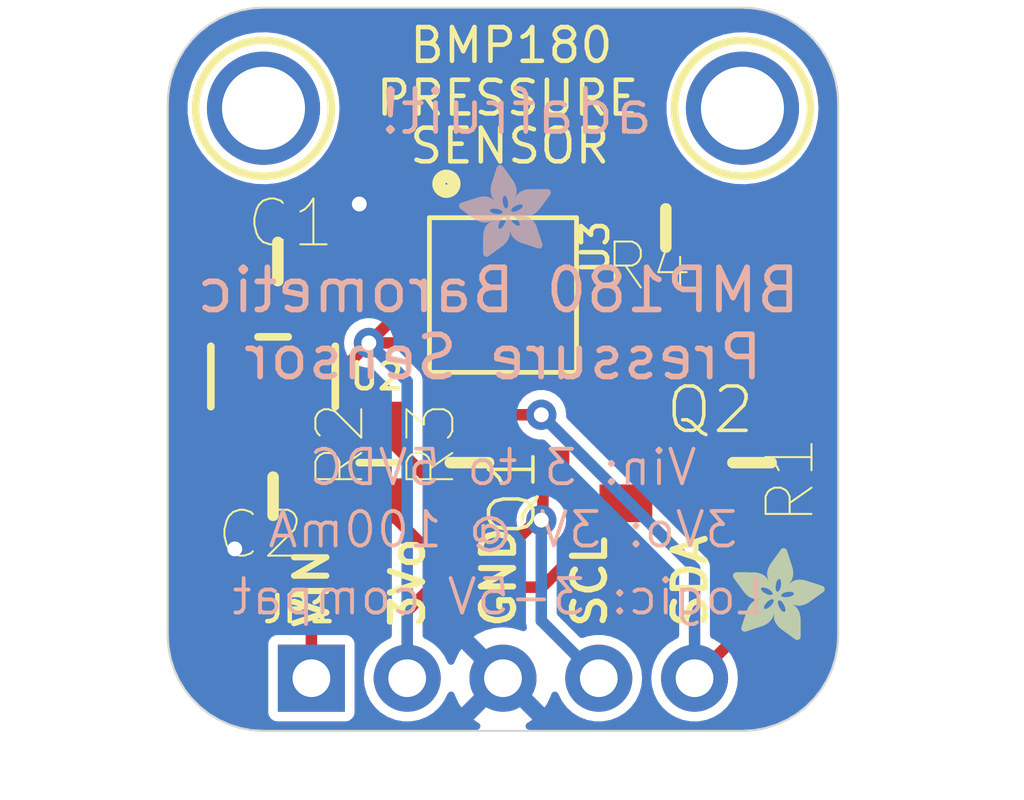
<source format=kicad_pcb>
(kicad_pcb (version 20221018) (generator pcbnew)
  (layers (0 "F.Cu" signal) (31 "B.Cu" signal) (34 "B.Paste" user) (35 "F.Paste" user) (36 "B.SilkS" user "B.Silkscreen") (37 "F.SilkS" user "F.Silkscreen") (38 "B.Mask" user) (39 "F.Mask" user) (44 "Edge.Cuts" user))
  (net 0 "")
  (net 1 "GND")
  (net 2 "SDA_3.3V")
  (net 3 "SCL_3.3V")
  (net 4 "SDA_5.0V")
  (net 5 "SCL_5.0V")
  (net 6 "+3V3")
  (net 7 "+5V")
  (footprint "working:FIDUCIAL_1MM" (layer "F.Cu") (at 141.1351 112.5601)
    (fp_text reference "U$1" hide)
    (fp_text value "FIDUCIAL" hide)
    (pad "1" smd roundrect (at 0 0) (size 1 1) (layers "F.Cu") (roundrect_rratio 0.5))
  )
  (footprint "working:ADAFRUIT_2.5MM" (layer "F.Cu") (at 154.5971 112.1791)
    (fp_text reference "U$6" hide)
    (fp_text value "" hide)
  )
  (footprint "working:FIDUCIAL_1MM" (layer "F.Cu") (at 145.4531 101.8921)
    (fp_text reference "U$5" hide)
    (fp_text value "FIDUCIAL" hide)
    (pad "1" smd roundrect (at 0 0) (size 1 1) (layers "F.Cu") (roundrect_rratio 0.5))
  )
  (footprint "working:MOUNTINGHOLE_2.0_PLATED" (layer "F.Cu") (at 142.1511 98.0821)
    (fp_text reference "U$7" hide)
    (fp_text value "MOUNTINGHOLE2.0" hide)
    (pad "P$1" thru_hole circle (at 0 0) (size 3 3) (drill 2.2) (layers "*.Cu" "*.Mask"))
    (zone (net 0) (net_name "") (layer "B.Cu") (connect_pads (clearance 0)) (min_thickness 0.25)
      (keepout (tracks not_allowed) (vias not_allowed) (pads not_allowed) (copperpour not_allowed) (footprints allowed))
      (fill (thermal_gap 0.5) (thermal_bridge_width 0.5))
      (polygon (pts (xy 144.1671 98.0821) (xy 144.14748 97.801527) (xy 144.089004 97.526415) (xy 143.992808 97.262119) (xy 143.860765 97.013783) (xy 143.695446 96.78624) (xy 143.500067 96.58392) (xy 143.278433 96.41076) (xy 143.034856 96.270131) (xy 142.774078 96.16477) (xy 142.501175 96.096728) (xy 142.221457 96.067328) (xy 141.940371 96.077144) (xy 141.663385 96.125984) (xy 141.395893 96.212897) (xy 141.1431 96.336193) (xy 140.909926 96.49347) (xy 140.700911 96.681669) (xy 140.520122 96.897125) (xy 140.371078 97.135645) (xy 140.25668 97.392587) (xy 140.179154 97.66295) (xy 140.140011 97.941471) (xy 140.140011 98.222729) (xy 140.179154 98.50125) (xy 140.25668 98.771613) (xy 140.371078 99.028555) (xy 140.520122 99.267075) (xy 140.700911 99.482531) (xy 140.909926 99.67073) (xy 141.1431 99.828007) (xy 141.395893 99.951303) (xy 141.663385 100.038216) (xy 141.940371 100.087056) (xy 142.221457 100.096872) (xy 142.501175 100.067472) (xy 142.774078 99.99943) (xy 143.034856 99.894069) (xy 143.278433 99.75344) (xy 143.500067 99.58028) (xy 143.695446 99.37796) (xy 143.860765 99.150417) (xy 143.992808 98.902081) (xy 144.089004 98.637785) (xy 144.14748 98.362673)))
      (polygon (pts (xy 142.1351 98.0821) (xy 142.139786 98.093414) (xy 142.1511 98.0981) (xy 142.162414 98.093414) (xy 142.1671 98.0821) (xy 142.162414 98.070786) (xy 142.1511 98.0661) (xy 142.139786 98.070786)))
    )
  )
  (footprint "working:0805-NO" (layer "F.Cu") (at 142.4051 108.3691 180)
    (fp_text reference "C2" (at -0.889 -1.016) (layer "F.SilkS") (effects (font (size 1.21668 1.21668) (thickness 0.05332)) (justify right)))
    (fp_text value "10uF")
    (pad "1" smd rect (at -0.95 0 180) (size 1.3 1.5) (layers "F.Cu" "F.Paste" "F.Mask") (net 7 "+5V"))
    (pad "2" smd rect (at 0.95 0 180) (size 1.3 1.5) (layers "F.Cu" "F.Paste" "F.Mask") (net 1 "GND"))
  )
  (footprint "working:0805-NO" (layer "F.Cu") (at 152.8191 101.2571 180)
    (fp_text reference "R4" (at -0.762 -1.016) (layer "F.SilkS") (effects (font (size 1.21668 1.21668) (thickness 0.05332)) (justify right)))
    (fp_text value "10K")
    (pad "1" smd rect (at -0.95 0 180) (size 1.3 1.5) (layers "F.Cu" "F.Paste" "F.Mask") (net 6 "+3V3"))
    (pad "2" smd rect (at 0.95 0 180) (size 1.3 1.5) (layers "F.Cu" "F.Paste" "F.Mask") (net 2 "SDA_3.3V"))
  )
  (footprint "working:SOT23" (layer "F.Cu") (at 153.3271 104.1781 180)
    (fp_text reference "Q2" (at -1.905 -1.905) (layer "F.SilkS") (effects (font (size 1.176528 1.176528) (thickness 0.093472)) (justify right)))
    (fp_text value "BSS138")
    (pad "1" smd rect (at -0.95 1.1 180) (size 1 1.4) (layers "F.Cu" "F.Paste" "F.Mask") (net 6 "+3V3"))
    (pad "2" smd rect (at 0.95 1.1 180) (size 1 1.4) (layers "F.Cu" "F.Paste" "F.Mask") (net 2 "SDA_3.3V"))
    (pad "3" smd rect (at 0 -1.1 180) (size 1 1.4) (layers "F.Cu" "F.Paste" "F.Mask") (net 4 "SDA_5.0V"))
  )
  (footprint "working:FIDUCIAL_1MM" (layer "F.Cu") (at 156.1211 100.8761)
    (fp_text reference "U$15" hide)
    (fp_text value "FIDUCIAL" hide)
    (pad "1" smd roundrect (at 0 0) (size 1 1) (layers "F.Cu") (roundrect_rratio 0.5))
  )
  (footprint "working:_0805MP" (layer "F.Cu") (at 145.1991 107.4801 90)
    (fp_text reference "R2" (at -0.762 -1.016 90) (layer "F.SilkS") (effects (font (size 1.21668 1.21668) (thickness 0.05332)) (justify left)))
    (fp_text value "10K")
    (pad "1" smd rect (at -1.016 0 90) (size 1.2 1.3) (layers "F.Cu" "F.Paste" "F.Mask") (net 5 "SCL_5.0V"))
    (pad "2" smd rect (at 1.016 0 90) (size 1.2 1.3) (layers "F.Cu" "F.Paste" "F.Mask") (net 7 "+5V"))
  )
  (footprint "working:SOT23" (layer "F.Cu") (at 150.6601 107.6071 90)
    (fp_text reference "Q1" (at -1.905 -1.905 90) (layer "F.SilkS") (effects (font (size 1.176528 1.176528) (thickness 0.093472)) (justify left)))
    (fp_text value "BSS138")
    (pad "1" smd rect (at -0.95 1.1 90) (size 1 1.4) (layers "F.Cu" "F.Paste" "F.Mask") (net 6 "+3V3"))
    (pad "2" smd rect (at 0.95 1.1 90) (size 1 1.4) (layers "F.Cu" "F.Paste" "F.Mask") (net 3 "SCL_3.3V"))
    (pad "3" smd rect (at 0 -1.1 90) (size 1 1.4) (layers "F.Cu" "F.Paste" "F.Mask") (net 5 "SCL_5.0V"))
  )
  (footprint "working:MOUNTINGHOLE_2.0_PLATED" (layer "F.Cu") (at 154.8511 98.0821)
    (fp_text reference "U$8" hide)
    (fp_text value "MOUNTINGHOLE2.0" hide)
    (pad "P$1" thru_hole circle (at 0 0) (size 3 3) (drill 2.2) (layers "*.Cu" "*.Mask"))
    (zone (net 0) (net_name "") (layer "B.Cu") (connect_pads (clearance 0)) (min_thickness 0.25)
      (keepout (tracks not_allowed) (vias not_allowed) (pads not_allowed) (copperpour not_allowed) (footprints allowed))
      (fill (thermal_gap 0.5) (thermal_bridge_width 0.5))
      (polygon (pts (xy 156.8671 98.0821) (xy 156.84748 97.801527) (xy 156.789004 97.526415) (xy 156.692808 97.262119) (xy 156.560765 97.013783) (xy 156.395446 96.78624) (xy 156.200067 96.58392) (xy 155.978433 96.41076) (xy 155.734856 96.270131) (xy 155.474078 96.16477) (xy 155.201175 96.096728) (xy 154.921457 96.067328) (xy 154.640371 96.077144) (xy 154.363385 96.125984) (xy 154.095893 96.212897) (xy 153.8431 96.336193) (xy 153.609926 96.49347) (xy 153.400911 96.681669) (xy 153.220122 96.897125) (xy 153.071078 97.135645) (xy 152.95668 97.392587) (xy 152.879154 97.66295) (xy 152.840011 97.941471) (xy 152.840011 98.222729) (xy 152.879154 98.50125) (xy 152.95668 98.771613) (xy 153.071078 99.028555) (xy 153.220122 99.267075) (xy 153.400911 99.482531) (xy 153.609926 99.67073) (xy 153.8431 99.828007) (xy 154.095893 99.951303) (xy 154.363385 100.038216) (xy 154.640371 100.087056) (xy 154.921457 100.096872) (xy 155.201175 100.067472) (xy 155.474078 99.99943) (xy 155.734856 99.894069) (xy 155.978433 99.75344) (xy 156.200067 99.58028) (xy 156.395446 99.37796) (xy 156.560765 99.150417) (xy 156.692808 98.902081) (xy 156.789004 98.637785) (xy 156.84748 98.362673)))
      (polygon (pts (xy 154.8351 98.0821) (xy 154.839786 98.093414) (xy 154.8511 98.0981) (xy 154.862414 98.093414) (xy 154.8671 98.0821) (xy 154.862414 98.070786) (xy 154.8511 98.0661) (xy 154.839786 98.070786)))
    )
  )
  (footprint "working:BMP180_EXTENDED" (layer "F.Cu") (at 148.5011 103.0351 -90)
    (fp_text reference "U3" (at -2.04 -2.448 90) (layer "F.SilkS") (effects (font (size 0.692831 0.692831) (thickness 0.119969)) (justify right)))
    (fp_text value "BMP180")
    (pad "P$1" smd rect (at -1.8 1.45 270) (size 1.2 0.5) (layers "F.Cu" "F.Paste" "F.Mask"))
    (pad "P$2" smd rect (at 0 1.75 270) (size 0.6 1.1) (layers "F.Cu" "F.Paste" "F.Mask") (net 6 "+3V3"))
    (pad "P$3" smd rect (at 1.8 1.45 270) (size 1.2 0.5) (layers "F.Cu" "F.Paste" "F.Mask") (net 6 "+3V3"))
    (pad "P$4" smd rect (at 1.8 -1.45 270) (size 1.2 0.5) (layers "F.Cu" "F.Paste" "F.Mask"))
    (pad "P$5" smd rect (at 0 -1.75 270) (size 0.6 1.1) (layers "F.Cu" "F.Paste" "F.Mask") (net 3 "SCL_3.3V"))
    (pad "P$6" smd rect (at -1.8 -1.45 270) (size 1.2 0.5) (layers "F.Cu" "F.Paste" "F.Mask") (net 2 "SDA_3.3V"))
    (pad "P$7" smd rect (at -1.8 0 270) (size 1.1 0.6) (layers "F.Cu" "F.Paste" "F.Mask") (net 1 "GND"))
  )
  (footprint "working:0805-NO" (layer "F.Cu") (at 155.1051 107.4801 -90)
    (fp_text reference "R1" (at -0.762 -1.016 90) (layer "F.SilkS") (effects (font (size 1.21668 1.21668) (thickness 0.05332)) (justify right)))
    (fp_text value "10K")
    (pad "1" smd rect (at -0.95 0 270) (size 1.3 1.5) (layers "F.Cu" "F.Paste" "F.Mask") (net 3 "SCL_3.3V"))
    (pad "2" smd rect (at 0.95 0 270) (size 1.3 1.5) (layers "F.Cu" "F.Paste" "F.Mask") (net 6 "+3V3"))
  )
  (footprint "working:0805-NO" (layer "F.Cu") (at 147.6121 107.4801 90)
    (fp_text reference "R3" (at -0.762 -1.016 90) (layer "F.SilkS") (effects (font (size 1.21668 1.21668) (thickness 0.05332)) (justify left)))
    (fp_text value "10K")
    (pad "1" smd rect (at -0.95 0 90) (size 1.3 1.5) (layers "F.Cu" "F.Paste" "F.Mask") (net 7 "+5V"))
    (pad "2" smd rect (at 0.95 0 90) (size 1.3 1.5) (layers "F.Cu" "F.Paste" "F.Mask") (net 4 "SDA_5.0V"))
  )
  (footprint "working:1X05_ROUND_70" (layer "F.Cu") (at 148.5011 113.1951)
    (fp_text reference "JP1" (at -6.4262 -1.8288) (layer "F.SilkS") (effects (font (size 0.692831 0.692831) (thickness 0.119969)) (justify left)))
    (fp_text value "")
    (pad "1" thru_hole rect (at -5.08 0 90) (size 1.778 1.778) (drill 1) (layers "*.Cu" "*.Mask") (net 7 "+5V"))
    (pad "2" thru_hole circle (at -2.54 0 90) (size 1.778 1.778) (drill 1) (layers "*.Cu" "*.Mask") (net 6 "+3V3"))
    (pad "3" thru_hole circle (at 0 0 90) (size 1.778 1.778) (drill 1) (layers "*.Cu" "*.Mask") (net 1 "GND"))
    (pad "4" thru_hole circle (at 2.54 0 90) (size 1.778 1.778) (drill 1) (layers "*.Cu" "*.Mask") (net 5 "SCL_5.0V"))
    (pad "5" thru_hole circle (at 5.08 0 90) (size 1.778 1.778) (drill 1) (layers "*.Cu" "*.Mask") (net 4 "SDA_5.0V"))
  )
  (footprint "working:0805-NO" (layer "F.Cu") (at 142.5321 102.1461)
    (fp_text reference "C1" (at -0.889 -1.016) (layer "F.SilkS") (effects (font (size 1.21668 1.21668) (thickness 0.05332)) (justify left)))
    (fp_text value "10uF")
    (pad "1" smd rect (at -0.95 0) (size 1.3 1.5) (layers "F.Cu" "F.Paste" "F.Mask") (net 6 "+3V3"))
    (pad "2" smd rect (at 0.95 0) (size 1.3 1.5) (layers "F.Cu" "F.Paste" "F.Mask") (net 1 "GND"))
  )
  (footprint "working:SOT23-5" (layer "F.Cu") (at 142.4051 105.1941)
    (fp_text reference "U2" (at 1.978 0) (layer "F.SilkS") (effects (font (size 0.692831 0.692831) (thickness 0.119969)) (justify left)))
    (fp_text value "MIC5225-3.3")
    (pad "1" smd rect (at -0.95 1.3001) (size 0.55 1.2) (layers "F.Cu" "F.Paste" "F.Mask") (net 7 "+5V"))
    (pad "2" smd rect (at 0 1.3001) (size 0.55 1.2) (layers "F.Cu" "F.Paste" "F.Mask") (net 1 "GND"))
    (pad "3" smd rect (at 0.95 1.3001) (size 0.55 1.2) (layers "F.Cu" "F.Paste" "F.Mask") (net 7 "+5V"))
    (pad "4" smd rect (at 0.95 -1.3001) (size 0.55 1.2) (layers "F.Cu" "F.Paste" "F.Mask"))
    (pad "5" smd rect (at -0.95 -1.3001) (size 0.55 1.2) (layers "F.Cu" "F.Paste" "F.Mask") (net 6 "+3V3"))
  )
  (footprint "working:ADAFRUIT_2.5MM" (layer "B.Cu") (at 149.7711 102.0191 180)
    (fp_text reference "U$2" hide)
    (fp_text value "" hide)
  )
  (gr_line (start 154.8511 114.5921) (end 142.1511 114.5921) (stroke (width 0.05)) (layer "Edge.Cuts"))
  (gr_arc (start 139.6111 97.9551) (mid 140.355049 96.159049) (end 142.1511 95.4151) (stroke (width 0.05)) (layer "Edge.Cuts"))
  (gr_line (start 139.6111 112.0521) (end 139.6111 97.9551) (stroke (width 0.05)) (layer "Edge.Cuts"))
  (gr_arc (start 142.1511 114.5921) (mid 140.355049 113.848151) (end 139.6111 112.0521) (stroke (width 0.05)) (layer "Edge.Cuts"))
  (gr_line (start 157.3911 97.9551) (end 157.3911 112.0521) (stroke (width 0.05)) (layer "Edge.Cuts"))
  (gr_arc (start 154.8511 95.4151) (mid 156.647151 96.159049) (end 157.3911 97.9551) (stroke (width 0.05)) (layer "Edge.Cuts"))
  (gr_arc (start 157.3911 112.0521) (mid 156.647151 113.848151) (end 154.8511 114.5921) (stroke (width 0.05)) (layer "Edge.Cuts"))
  (gr_line (start 142.1511 95.4151) (end 154.8511 95.4151) (stroke (width 0.05)) (layer "Edge.Cuts"))
  (gr_text "3Vo: 3V @ 100mA" (at 148.5011 109.2581) (layer "B.SilkS") (effects (font (size 0.9144 0.9144) (thickness 0.1016)) (justify mirror)))
  (gr_text "BMP180 Barometic" (at 148.3741 102.9081) (layer "B.SilkS") (effects (font (size 1.1176 1.1176) (thickness 0.1524)) (justify mirror)))
  (gr_text "Logic: 3-5V compat" (at 148.3741 111.0361) (layer "B.SilkS") (effects (font (size 0.9144 0.9144) (thickness 0.1016)) (justify mirror)))
  (gr_text "Pressure Sensor" (at 148.5011 104.6861) (layer "B.SilkS") (effects (font (size 1.1176 1.1176) (thickness 0.1524)) (justify mirror)))
  (gr_text "adafruit!" (at 152.5651 98.8441) (layer "B.SilkS") (effects (font (size 1.143 1.143) (thickness 0.127)) (justify left bottom mirror)))
  (gr_text "Vin: 3 to 5VDC" (at 148.5011 107.6071) (layer "B.SilkS") (effects (font (size 0.9144 0.9144) (thickness 0.1016)) (justify mirror)))
  (gr_text "GND" (at 148.8821 111.9251 90) (layer "F.SilkS") (effects (font (size 0.85344 0.85344) (thickness 0.16256)) (justify left bottom)))
  (gr_text "BMP180" (at 145.9611 96.9391) (layer "F.SilkS") (effects (font (size 0.89408 0.89408) (thickness 0.12192)) (justify left bottom)))
  (gr_text "3Vo" (at 146.4691 111.9251 90) (layer "F.SilkS") (effects (font (size 0.85344 0.85344) (thickness 0.16256)) (justify left bottom)))
  (gr_text "PRESSURE" (at 145.0721 98.3361) (layer "F.SilkS") (effects (font (size 0.89408 0.89408) (thickness 0.12192)) (justify left bottom)))
  (gr_text "SDA" (at 153.9621 111.9251 90) (layer "F.SilkS") (effects (font (size 0.85344 0.85344) (thickness 0.16256)) (justify left bottom)))
  (gr_text "SCL" (at 151.2951 111.9251 90) (layer "F.SilkS") (effects (font (size 0.85344 0.85344) (thickness 0.16256)) (justify left bottom)))
  (gr_text "SENSOR" (at 145.9611 99.6061) (layer "F.SilkS") (effects (font (size 0.89408 0.89408) (thickness 0.12192)) (justify left bottom)))
  (gr_text "VIN" (at 143.9291 111.9251 90) (layer "F.SilkS") (effects (font (size 0.85344 0.85344) (thickness 0.16256)) (justify left bottom)))
  (segment (start 143.4821 102.1461) (end 143.8021 102.1461) (width 0.3048) (layer "F.Cu") (net 1))
  (segment (start 142.4051 106.4942) (end 142.4051 106.9721) (width 0.3048) (layer "F.Cu") (net 1))
  (segment (start 143.8021 102.1461) (end 143.8021 101.5111) (width 0.3048) (layer "F.Cu") (net 1))
  (segment (start 147.8661 99.9871) (end 148.5011 100.6221) (width 0.3048) (layer "F.Cu") (net 1))
  (segment (start 143.8021 101.5111) (end 144.6911 100.6221) (width 0.3048) (layer "F.Cu") (net 1))
  (segment (start 141.7701 107.6071) (end 141.7701 108.0541) (width 0.3048) (layer "F.Cu") (net 1))
  (segment (start 148.5011 100.6221) (end 148.5011 101.2351) (width 0.3048) (layer "F.Cu") (net 1))
  (segment (start 142.4051 106.9721) (end 141.7701 107.6071) (width 0.3048) (layer "F.Cu") (net 1))
  (segment (start 145.3261 99.9871) (end 144.6911 100.6221) (width 0.3048) (layer "F.Cu") (net 1))
  (segment (start 141.4551 108.3691) (end 141.3891 108.4351) (width 0.3048) (layer "F.Cu") (net 1))
  (segment (start 141.3891 108.4351) (end 141.3891 109.7661) (width 0.3048) (layer "F.Cu") (net 1))
  (segment (start 147.8661 99.9871) (end 145.3261 99.9871) (width 0.3048) (layer "F.Cu") (net 1))
  (segment (start 141.7701 108.0541) (end 141.4551 108.3691) (width 0.3048) (layer "F.Cu") (net 1))
  (via (at 141.3891 109.7661) (size 0.8001) (drill 0.3937) (layers "F.Cu" "B.Cu") (net 1))
  (via (at 144.6911 100.6221) (size 0.8001) (drill 0.3937) (layers "F.Cu" "B.Cu") (net 1))
  (segment (start 145.4531 100.7491) (end 145.4531 101.0031) (width 0.3048) (layer "B.Cu") (net 1))
  (segment (start 141.3891 109.7661) (end 141.3891 110.0201) (width 0.3048) (layer "B.Cu") (net 1))
  (segment (start 150.0341 101.2351) (end 149.9511 101.2351) (width 0.3048) (layer "F.Cu") (net 2))
  (segment (start 151.8691 102.5701) (end 151.8691 101.2571) (width 0.3048) (layer "F.Cu") (net 2))
  (segment (start 150.0561 101.2571) (end 150.0341 101.2351) (width 0.3048) (layer "F.Cu") (net 2))
  (segment (start 150.0561 101.2571) (end 151.8691 101.2571) (width 0.3048) (layer "F.Cu") (net 2))
  (segment (start 152.3771 103.0781) (end 151.8691 102.5701) (width 0.3048) (layer "F.Cu") (net 2))
  (segment (start 151.7601 106.6571) (end 151.8871 106.5301) (width 0.3048) (layer "F.Cu") (net 3))
  (segment (start 151.8871 106.5301) (end 155.1051 106.5301) (width 0.3048) (layer "F.Cu") (net 3))
  (segment (start 151.4221 104.3051) (end 150.2511 103.1341) (width 0.3048) (layer "F.Cu") (net 3))
  (segment (start 150.2511 103.1341) (end 150.2511 103.0351) (width 0.3048) (layer "F.Cu") (net 3))
  (segment (start 151.7601 106.6571) (end 151.4221 106.3191) (width 0.3048) (layer "F.Cu") (net 3))
  (segment (start 151.4221 106.3191) (end 151.4221 104.3051) (width 0.3048) (layer "F.Cu") (net 3))
  (segment (start 156.5021 110.2741) (end 156.5021 105.8291) (width 0.3048) (layer "F.Cu") (net 4))
  (segment (start 155.9511 105.2781) (end 153.3271 105.2781) (width 0.3048) (layer "F.Cu") (net 4))
  (segment (start 147.6121 106.5301) (end 147.9321 106.2101) (width 0.3048) (layer "F.Cu") (net 4))
  (segment (start 156.5021 105.8291) (end 155.9511 105.2781) (width 0.3048) (layer "F.Cu") (net 4))
  (segment (start 153.5811 113.1951) (end 156.5021 110.2741) (width 0.3048) (layer "F.Cu") (net 4))
  (segment (start 147.9321 106.2101) (end 149.5171 106.2101) (width 0.3048) (layer "F.Cu") (net 4))
  (via (at 149.5171 106.2101) (size 0.8001) (drill 0.3937) (layers "F.Cu" "B.Cu") (net 4))
  (segment (start 149.5171 106.2101) (end 153.5811 110.2741) (width 0.3048) (layer "B.Cu") (net 4))
  (segment (start 153.5811 110.2741) (end 153.5811 113.1951) (width 0.3048) (layer "B.Cu") (net 4))
  (segment (start 146.4691 109.7661) (end 148.6281 109.7661) (width 0.3048) (layer "F.Cu") (net 5))
  (segment (start 149.5601 109.0041) (end 149.5601 108.8341) (width 0.3048) (layer "F.Cu") (net 5))
  (segment (start 149.5601 108.8341) (end 149.5601 107.6071) (width 0.3048) (layer "F.Cu") (net 5))
  (segment (start 145.1991 108.4961) (end 146.4691 109.7661) (width 0.3048) (layer "F.Cu") (net 5))
  (segment (start 149.5171 109.0041) (end 149.5601 109.0041) (width 0.3048) (layer "F.Cu") (net 5))
  (segment (start 148.6281 109.7661) (end 149.5601 108.8341) (width 0.3048) (layer "F.Cu") (net 5))
  (segment (start 149.5601 109.1741) (end 149.5601 109.0041) (width 0.3048) (layer "F.Cu") (net 5))
  (via (at 149.5171 109.0041) (size 0.8001) (drill 0.3937) (layers "F.Cu" "B.Cu") (net 5))
  (segment (start 149.5171 111.6711) (end 149.5171 109.0041) (width 0.3048) (layer "B.Cu") (net 5))
  (segment (start 151.0411 113.1951) (end 149.5171 111.6711) (width 0.3048) (layer "B.Cu") (net 5))
  (segment (start 144.9451 104.3051) (end 146.2151 103.0351) (width 0.3048) (layer "F.Cu") (net 6))
  (segment (start 147.0511 104.8351) (end 147.0511 104.3051) (width 0.3048) (layer "F.Cu") (net 6))
  (segment (start 153.7691 100.6831) (end 153.7691 101.2571) (width 0.3048) (layer "F.Cu") (net 6))
  (segment (start 151.7601 108.5571) (end 149.5351 110.7821) (width 0.3048) (layer "F.Cu") (net 6))
  (segment (start 144.9451 99.0981) (end 152.1841 99.0981) (width 0.3048) (layer "F.Cu") (net 6))
  (segment (start 141.4551 102.1461) (end 141.4551 103.894) (width 0.3048) (layer "F.Cu") (net 6))
  (segment (start 145.9611 111.4171) (end 145.9611 113.1951) (width 0.3048) (layer "F.Cu") (net 6))
  (segment (start 151.8871 108.4301) (end 155.1051 108.4301) (width 0.3048) (layer "F.Cu") (net 6))
  (segment (start 141.5821 102.1461) (end 141.5821 101.6991) (width 0.3048) (layer "F.Cu") (net 6))
  (segment (start 151.7601 108.5571) (end 151.8871 108.4301) (width 0.3048) (layer "F.Cu") (net 6))
  (segment (start 143.2941 100.7491) (end 144.9451 99.0981) (width 0.3048) (layer "F.Cu") (net 6))
  (segment (start 142.7861 105.1941) (end 144.0561 105.1941) (width 0.3048) (layer "F.Cu") (net 6))
  (segment (start 147.0511 104.3051) (end 144.9451 104.3051) (width 0.3048) (layer "F.Cu") (net 6))
  (segment (start 141.4551 103.894) (end 141.486 103.894) (width 0.3048) (layer "F.Cu") (net 6))
  (segment (start 144.0561 105.1941) (end 144.9451 104.3051) (width 0.3048) (layer "F.Cu") (net 6))
  (segment (start 154.2771 101.7651) (end 154.2771 103.0781) (width 0.3048) (layer "F.Cu") (net 6))
  (segment (start 153.8351 101.1911) (end 153.7691 101.2571) (width 0.3048) (layer "F.Cu") (net 6))
  (segment (start 153.7691 101.2571) (end 154.2771 101.7651) (width 0.3048) (layer "F.Cu") (net 6))
  (segment (start 152.1841 99.0981) (end 153.7691 100.6831) (width 0.3048) (layer "F.Cu") (net 6))
  (segment (start 141.5821 102.1461) (end 141.4551 102.1461) (width 0.3048) (layer "F.Cu") (net 6))
  (segment (start 146.2151 103.0351) (end 146.7511 103.0351) (width 0.3048) (layer "F.Cu") (net 6))
  (segment (start 146.5961 110.7821) (end 145.9611 111.4171) (width 0.3048) (layer "F.Cu") (net 6))
  (segment (start 149.5351 110.7821) (end 146.5961 110.7821) (width 0.3048) (layer "F.Cu") (net 6))
  (segment (start 141.486 103.894) (end 142.7861 105.1941) (width 0.3048) (layer "F.Cu") (net 6))
  (segment (start 141.5821 101.6991) (end 142.5321 100.7491) (width 0.3048) (layer "F.Cu") (net 6))
  (segment (start 142.5321 100.7491) (end 143.2941 100.7491) (width 0.3048) (layer "F.Cu") (net 6))
  (via (at 144.9451 104.3051) (size 0.8001) (drill 0.3937) (layers "F.Cu" "B.Cu") (net 6))
  (segment (start 144.9451 104.3051) (end 145.9611 105.3211) (width 0.3048) (layer "B.Cu") (net 6))
  (segment (start 145.9611 105.3211) (end 145.9611 113.1951) (width 0.3048) (layer "B.Cu") (net 6))
  (segment (start 140.3731 110.1471) (end 140.8811 110.6551) (width 0.3048) (layer "F.Cu") (net 7))
  (segment (start 143.3852 106.4641) (end 145.1991 106.4641) (width 0.3048) (layer "F.Cu") (net 7))
  (segment (start 143.4211 108.4351) (end 143.4211 110.6551) (width 0.3048) (layer "F.Cu") (net 7))
  (segment (start 140.3731 107.4801) (end 140.3731 110.1471) (width 0.3048) (layer "F.Cu") (net 7))
  (segment (start 143.3551 108.3691) (end 143.4211 108.4351) (width 0.3048) (layer "F.Cu") (net 7))
  (segment (start 141.359 106.4942) (end 140.3731 107.4801) (width 0.3048) (layer "F.Cu") (net 7))
  (segment (start 143.3551 106.4942) (end 143.3852 106.4641) (width 0.3048) (layer "F.Cu") (net 7))
  (segment (start 147.5511 108.3691) (end 147.6121 108.4301) (width 0.3048) (layer "F.Cu") (net 7))
  (segment (start 143.3551 106.4942) (end 143.3551 108.3691) (width 0.3048) (layer "F.Cu") (net 7))
  (segment (start 140.8811 110.6551) (end 143.4211 110.6551) (width 0.3048) (layer "F.Cu") (net 7))
  (segment (start 146.9771 108.3691) (end 147.5511 108.3691) (width 0.3048) (layer "F.Cu") (net 7))
  (segment (start 145.1991 106.4641) (end 145.1991 106.5911) (width 0.3048) (layer "F.Cu") (net 7))
  (segment (start 145.1991 106.5911) (end 146.9771 108.3691) (width 0.3048) (layer "F.Cu") (net 7))
  (segment (start 143.4211 110.6551) (end 143.4211 113.1951) (width 0.3048) (layer "F.Cu") (net 7))
  (segment (start 141.4551 106.4942) (end 141.359 106.4942) (width 0.3048) (layer "F.Cu") (net 7))
  (zone (net 1) (net_name "GND") (layer "B.Cu") (priority 6) (connect_pads (clearance 0.254)) (min_thickness 0.2032) (fill yes (thermal_gap 0.4564) (thermal_bridge_width 0.4564))
    (polygon (pts (xy 157.72265 114.7953) (xy 139.536241 114.7953) (xy 139.40655 95.2119) (xy 157.592959 95.2119)))
  )
)
</source>
